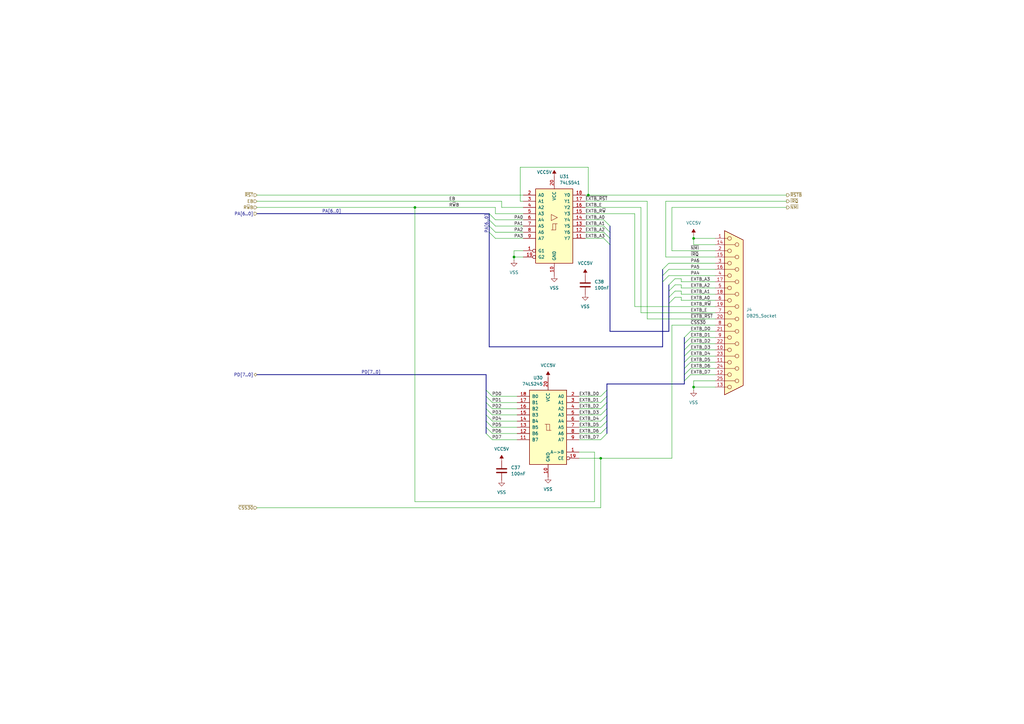
<source format=kicad_sch>
(kicad_sch (version 20250114) (generator "eeschema") (generator_version "9.0")
  (paper "A3")
  (title_block (title "Apollo 7 Squale - S30 External bus") (rev "0.1") (comment 1 "http://hxc2001.free.fr/Squale/") (comment 2 "CC-BY Licence (Creative Commons Attribution)") (comment 3 "Drawn by Jean-François DEL NERO"))
  (lib_symbols
    (symbol "74xx:74LS245" (pin_names (offset 1.016))
      (property "Reference" "U" (at -7.62 16.51 0))
      (property "Value" "74LS245" (at -7.62 -16.51 0))
      (symbol "74LS245_1_0"
        (polyline (pts (xy -1.27 -1.27) (xy 0.635 -1.27) (xy 0.635 1.27) (xy 1.27 1.27)))
        (polyline (pts (xy -0.635 -1.27) (xy -0.635 1.27) (xy 0.635 1.27)))
        (pin tri_state line (at -12.7 12.7 0) (length 5.08) (name "A0") (number "2"))
        (pin tri_state line (at -12.7 10.16 0) (length 5.08) (name "A1") (number "3"))
        (pin tri_state line (at -12.7 7.62 0) (length 5.08) (name "A2") (number "4"))
        (pin tri_state line (at -12.7 5.08 0) (length 5.08) (name "A3") (number "5"))
        (pin tri_state line (at -12.7 2.54 0) (length 5.08) (name "A4") (number "6"))
        (pin tri_state line (at -12.7 0 0) (length 5.08) (name "A5") (number "7"))
        (pin tri_state line (at -12.7 -2.54 0) (length 5.08) (name "A6") (number "8"))
        (pin tri_state line (at -12.7 -5.08 0) (length 5.08) (name "A7") (number "9"))
        (pin input line (at -12.7 -10.16 0) (length 5.08) (name "A->B") (number "1"))
        (pin input inverted (at -12.7 -12.7 0) (length 5.08) (name "CE") (number "19"))
        (pin power_in line (at 0 20.32 270) (length 5.08) (name "VCC") (number "20"))
        (pin power_in line (at 0 -20.32 90) (length 5.08) (name "GND") (number "10"))
        (pin tri_state line (at 12.7 12.7 180) (length 5.08) (name "B0") (number "18"))
        (pin tri_state line (at 12.7 10.16 180) (length 5.08) (name "B1") (number "17"))
        (pin tri_state line (at 12.7 7.62 180) (length 5.08) (name "B2") (number "16"))
        (pin tri_state line (at 12.7 5.08 180) (length 5.08) (name "B3") (number "15"))
        (pin tri_state line (at 12.7 2.54 180) (length 5.08) (name "B4") (number "14"))
        (pin tri_state line (at 12.7 0 180) (length 5.08) (name "B5") (number "13"))
        (pin tri_state line (at 12.7 -2.54 180) (length 5.08) (name "B6") (number "12"))
        (pin tri_state line (at 12.7 -5.08 180) (length 5.08) (name "B7") (number "11"))
      )
      (symbol "74LS245_1_1"
        (rectangle (start -7.62 15.24) (end 7.62 -15.24) (stroke (width 0.254)) (fill (type background)))
      )
    )
    (symbol "74xx:74LS541" (pin_names (offset 1.016))
      (property "Reference" "U" (at -7.62 16.51 0))
      (property "Value" "74LS541" (at -7.62 -16.51 0))
      (symbol "74LS541_1_0"
        (polyline (pts (xy -1.27 -1.6002) (xy 0.635 -1.6002) (xy 0.635 0.9398) (xy 1.27 0.9398)))
        (polyline (pts (xy -0.635 -1.6002) (xy -0.635 0.9398) (xy 0.635 0.9398)))
        (polyline (pts (xy 1.27 3.4798) (xy -1.27 4.7498) (xy -1.27 2.2098) (xy 1.27 3.4798)) (stroke (width 0.1524)))
        (pin input line (at -12.7 12.7 0) (length 5.08) (name "A0") (number "2"))
        (pin input line (at -12.7 10.16 0) (length 5.08) (name "A1") (number "3"))
        (pin input line (at -12.7 7.62 0) (length 5.08) (name "A2") (number "4"))
        (pin input line (at -12.7 5.08 0) (length 5.08) (name "A3") (number "5"))
        (pin input line (at -12.7 2.54 0) (length 5.08) (name "A4") (number "6"))
        (pin input line (at -12.7 0 0) (length 5.08) (name "A5") (number "7"))
        (pin input line (at -12.7 -2.54 0) (length 5.08) (name "A6") (number "8"))
        (pin input line (at -12.7 -5.08 0) (length 5.08) (name "A7") (number "9"))
        (pin input inverted (at -12.7 -10.16 0) (length 5.08) (name "G1") (number "1"))
        (pin input inverted (at -12.7 -12.7 0) (length 5.08) (name "G2") (number "19"))
        (pin power_in line (at 0 20.32 270) (length 5.08) (name "VCC") (number "20"))
        (pin power_in line (at 0 -20.32 90) (length 5.08) (name "GND") (number "10"))
        (pin tri_state line (at 12.7 12.7 180) (length 5.08) (name "Y0") (number "18"))
        (pin tri_state line (at 12.7 10.16 180) (length 5.08) (name "Y1") (number "17"))
        (pin tri_state line (at 12.7 7.62 180) (length 5.08) (name "Y2") (number "16"))
        (pin tri_state line (at 12.7 5.08 180) (length 5.08) (name "Y3") (number "15"))
        (pin tri_state line (at 12.7 2.54 180) (length 5.08) (name "Y4") (number "14"))
        (pin tri_state line (at 12.7 0 180) (length 5.08) (name "Y5") (number "13"))
        (pin tri_state line (at 12.7 -2.54 180) (length 5.08) (name "Y6") (number "12"))
        (pin tri_state line (at 12.7 -5.08 180) (length 5.08) (name "Y7") (number "11"))
      )
      (symbol "74LS541_1_1"
        (rectangle (start -7.62 15.24) (end 7.62 -15.24) (stroke (width 0.254)) (fill (type background)))
      )
    )
    (symbol "Connector:DB25_Socket" (pin_names (offset 1.016) (hide yes))
      (property "Reference" "J" (at 0 34.29 0))
      (property "Value" "DB25_Socket" (at 0 -34.925 0))
      (symbol "DB25_Socket_0_1"
        (polyline (pts (xy -3.81 33.655) (xy 3.81 29.845) (xy 3.81 -29.845) (xy -3.81 -33.655) (xy -3.81 33.655)) (stroke (width 0.254)) (fill (type background)))
        (polyline (pts (xy -3.81 30.48) (xy -2.54 30.48)))
        (polyline (pts (xy -3.81 27.94) (xy 0.508 27.94)))
        (polyline (pts (xy -3.81 25.4) (xy -2.54 25.4)))
        (polyline (pts (xy -3.81 22.86) (xy 0.508 22.86)))
        (polyline (pts (xy -3.81 20.32) (xy -2.54 20.32)))
        (polyline (pts (xy -3.81 17.78) (xy 0.508 17.78)))
        (polyline (pts (xy -3.81 15.24) (xy -2.54 15.24)))
        (polyline (pts (xy -3.81 12.7) (xy 0.508 12.7)))
        (polyline (pts (xy -3.81 10.16) (xy -2.54 10.16)))
        (polyline (pts (xy -3.81 7.62) (xy 0.508 7.62)))
        (polyline (pts (xy -3.81 5.08) (xy -2.54 5.08)))
        (polyline (pts (xy -3.81 2.54) (xy 0.508 2.54)))
        (polyline (pts (xy -3.81 0) (xy -2.54 0)))
        (polyline (pts (xy -3.81 -2.54) (xy 0.508 -2.54)))
        (polyline (pts (xy -3.81 -5.08) (xy -2.54 -5.08)))
        (polyline (pts (xy -3.81 -7.62) (xy 0.508 -7.62)))
        (polyline (pts (xy -3.81 -10.16) (xy -2.54 -10.16)))
        (polyline (pts (xy -3.81 -12.7) (xy 0.508 -12.7)))
        (polyline (pts (xy -3.81 -15.24) (xy -2.54 -15.24)))
        (polyline (pts (xy -3.81 -17.78) (xy 0.508 -17.78)))
        (polyline (pts (xy -3.81 -20.32) (xy -2.54 -20.32)))
        (polyline (pts (xy -3.81 -22.86) (xy 0.508 -22.86)))
        (polyline (pts (xy -3.81 -25.4) (xy -2.54 -25.4)))
        (polyline (pts (xy -3.81 -27.94) (xy 0.508 -27.94)))
        (polyline (pts (xy -3.81 -30.48) (xy -2.54 -30.48)))
        (circle (center -1.778 30.48) (radius 0.762))
        (circle (center -1.778 25.4) (radius 0.762))
        (circle (center -1.778 20.32) (radius 0.762))
        (circle (center -1.778 15.24) (radius 0.762))
        (circle (center -1.778 10.16) (radius 0.762))
        (circle (center -1.778 5.08) (radius 0.762))
        (circle (center -1.778 0) (radius 0.762))
        (circle (center -1.778 -5.08) (radius 0.762))
        (circle (center -1.778 -10.16) (radius 0.762))
        (circle (center -1.778 -15.24) (radius 0.762))
        (circle (center -1.778 -20.32) (radius 0.762))
        (circle (center -1.778 -25.4) (radius 0.762))
        (circle (center -1.778 -30.48) (radius 0.762))
        (circle (center 1.27 27.94) (radius 0.762))
        (circle (center 1.27 22.86) (radius 0.762))
        (circle (center 1.27 17.78) (radius 0.762))
        (circle (center 1.27 12.7) (radius 0.762))
        (circle (center 1.27 7.62) (radius 0.762))
        (circle (center 1.27 2.54) (radius 0.762))
        (circle (center 1.27 -2.54) (radius 0.762))
        (circle (center 1.27 -7.62) (radius 0.762))
        (circle (center 1.27 -12.7) (radius 0.762))
        (circle (center 1.27 -17.78) (radius 0.762))
        (circle (center 1.27 -22.86) (radius 0.762))
        (circle (center 1.27 -27.94) (radius 0.762))
      )
      (symbol "DB25_Socket_1_1"
        (pin passive line (at -7.62 30.48 0) (length 3.81) (name "1") (number "1"))
        (pin passive line (at -7.62 27.94 0) (length 3.81) (name "P14") (number "14"))
        (pin passive line (at -7.62 25.4 0) (length 3.81) (name "2") (number "2"))
        (pin passive line (at -7.62 22.86 0) (length 3.81) (name "P15") (number "15"))
        (pin passive line (at -7.62 20.32 0) (length 3.81) (name "3") (number "3"))
        (pin passive line (at -7.62 17.78 0) (length 3.81) (name "P16") (number "16"))
        (pin passive line (at -7.62 15.24 0) (length 3.81) (name "4") (number "4"))
        (pin passive line (at -7.62 12.7 0) (length 3.81) (name "P17") (number "17"))
        (pin passive line (at -7.62 10.16 0) (length 3.81) (name "5") (number "5"))
        (pin passive line (at -7.62 7.62 0) (length 3.81) (name "P18") (number "18"))
        (pin passive line (at -7.62 5.08 0) (length 3.81) (name "6") (number "6"))
        (pin passive line (at -7.62 2.54 0) (length 3.81) (name "P19") (number "19"))
        (pin passive line (at -7.62 0 0) (length 3.81) (name "7") (number "7"))
        (pin passive line (at -7.62 -2.54 0) (length 3.81) (name "P20") (number "20"))
        (pin passive line (at -7.62 -5.08 0) (length 3.81) (name "8") (number "8"))
        (pin passive line (at -7.62 -7.62 0) (length 3.81) (name "P21") (number "21"))
        (pin passive line (at -7.62 -10.16 0) (length 3.81) (name "9") (number "9"))
        (pin passive line (at -7.62 -12.7 0) (length 3.81) (name "P22") (number "22"))
        (pin passive line (at -7.62 -15.24 0) (length 3.81) (name "10") (number "10"))
        (pin passive line (at -7.62 -17.78 0) (length 3.81) (name "P23") (number "23"))
        (pin passive line (at -7.62 -20.32 0) (length 3.81) (name "11") (number "11"))
        (pin passive line (at -7.62 -22.86 0) (length 3.81) (name "P24") (number "24"))
        (pin passive line (at -7.62 -25.4 0) (length 3.81) (name "12") (number "12"))
        (pin passive line (at -7.62 -27.94 0) (length 3.81) (name "P25") (number "25"))
        (pin passive line (at -7.62 -30.48 0) (length 3.81) (name "13") (number "13"))
      )
    )
    (symbol "Device:C" (pin_numbers (hide yes)) (pin_names (offset 0.254))
      (property "Reference" "C" (at 0.635 2.54 0))
      (property "Value" "C" (at 0.635 -2.54 0))
      (symbol "C_0_1"
        (polyline (pts (xy -2.032 0.762) (xy 2.032 0.762)) (stroke (width 0.508)))
        (polyline (pts (xy -2.032 -0.762) (xy 2.032 -0.762)) (stroke (width 0.508)))
      )
      (symbol "C_1_1"
        (pin passive line (at 0 3.81 270) (length 2.794) (name "~") (number "1"))
        (pin passive line (at 0 -3.81 90) (length 2.794) (name "~") (number "2"))
      )
    )
    (symbol "power:GND" (power) (pin_numbers (hide yes)) (pin_names (offset 0) (hide yes))
      (property "Value" "GND" (at 0 -3.81 0))
      (symbol "GND_0_1"
        (polyline (pts (xy 0 0) (xy 0 -1.27) (xy 1.27 -1.27) (xy 0 -2.54) (xy -1.27 -1.27) (xy 0 -1.27)))
      )
      (symbol "GND_1_1"
        (pin power_in line (at 0 0 270) (length 0) (name "~") (number "1"))
      )
    )
    (symbol "power:VSS" (power) (pin_numbers (hide yes)) (pin_names (offset 0) (hide yes))
      (property "Value" "VSS" (at 0 3.556 0))
      (symbol "VSS_0_1"
        (polyline (pts (xy 0 0) (xy 0 2.54)))
        (polyline (pts (xy 0.762 1.27) (xy -0.762 1.27) (xy 0 2.54) (xy 0.762 1.27)) (fill (type outline)))
      )
      (symbol "VSS_1_1"
        (pin power_in line (at 0 0 90) (length 0) (name "~") (number "1"))
      )
    )
  )
  (junction (at 284.48 97.79))
  (junction (at 246.38 187.96))
  (junction (at 210.82 105.41))
  (junction (at 241.3 80.01))
  (junction (at 284.48 158.75))
  (junction (at 170.18 85.09))
  (bus_entry (at 201.93 172.72) (size -2.54 -2.54))
  (bus_entry (at 247.65 97.79) (size 2.54 2.54))
  (bus_entry (at 274.32 116.84) (size 2.54 -2.54))
  (bus_entry (at 280.67 138.43) (size 2.54 -2.54))
  (bus_entry (at 246.38 165.1) (size 2.54 -2.54))
  (bus_entry (at 201.93 180.34) (size -2.54 -2.54))
  (bus_entry (at 247.65 95.25) (size 2.54 2.54))
  (bus_entry (at 280.67 156.21) (size 2.54 -2.54))
  (bus_entry (at 280.67 143.51) (size 2.54 -2.54))
  (bus_entry (at 271.78 113.03) (size 2.54 -2.54))
  (bus_entry (at 200.66 90.17) (size 2.54 2.54))
  (bus_entry (at 280.67 140.97) (size 2.54 -2.54))
  (bus_entry (at 246.38 162.56) (size 2.54 -2.54))
  (bus_entry (at 201.93 170.18) (size -2.54 -2.54))
  (bus_entry (at 274.32 119.38) (size 2.54 -2.54))
  (bus_entry (at 246.38 170.18) (size 2.54 -2.54))
  (bus_entry (at 247.65 92.71) (size 2.54 2.54))
  (bus_entry (at 274.32 121.92) (size 2.54 -2.54))
  (bus_entry (at 280.67 146.05) (size 2.54 -2.54))
  (bus_entry (at 280.67 148.59) (size 2.54 -2.54))
  (bus_entry (at 201.93 167.64) (size -2.54 -2.54))
  (bus_entry (at 200.66 87.63) (size 2.54 2.54))
  (bus_entry (at 280.67 151.13) (size 2.54 -2.54))
  (bus_entry (at 280.67 153.67) (size 2.54 -2.54))
  (bus_entry (at 246.38 177.8) (size 2.54 -2.54))
  (bus_entry (at 246.38 180.34) (size 2.54 -2.54))
  (bus_entry (at 200.66 92.71) (size 2.54 2.54))
  (bus_entry (at 201.93 162.56) (size -2.54 -2.54))
  (bus_entry (at 271.78 110.49) (size 2.54 -2.54))
  (bus_entry (at 247.65 90.17) (size 2.54 2.54))
  (bus_entry (at 246.38 167.64) (size 2.54 -2.54))
  (bus_entry (at 201.93 175.26) (size -2.54 -2.54))
  (bus_entry (at 271.78 115.57) (size 2.54 -2.54))
  (bus_entry (at 201.93 165.1) (size -2.54 -2.54))
  (bus_entry (at 274.32 124.46) (size 2.54 -2.54))
  (bus_entry (at 246.38 175.26) (size 2.54 -2.54))
  (bus_entry (at 201.93 177.8) (size -2.54 -2.54))
  (bus_entry (at 200.66 95.25) (size 2.54 2.54))
  (bus_entry (at 246.38 172.72) (size 2.54 -2.54))
  (bus (pts (xy 280.67 151.13) (xy 280.67 153.67)))
  (bus (pts (xy 199.39 175.26) (xy 199.39 177.8)))
  (wire (pts (xy 276.86 114.3) (xy 279.4 114.3)))
  (wire (pts (xy 279.4 119.38) (xy 279.4 120.65)))
  (wire (pts (xy 279.4 118.11) (xy 293.37 118.11)))
  (bus (pts (xy 200.66 90.17) (xy 200.66 87.63)))
  (wire (pts (xy 240.03 82.55) (xy 265.43 82.55)))
  (wire (pts (xy 205.74 82.55) (xy 205.74 85.09)))
  (wire (pts (xy 237.49 162.56) (xy 246.38 162.56)))
  (wire (pts (xy 283.21 148.59) (xy 293.37 148.59)))
  (wire (pts (xy 283.21 135.89) (xy 293.37 135.89)))
  (wire (pts (xy 265.43 82.55) (xy 265.43 130.81)))
  (wire (pts (xy 240.03 95.25) (xy 247.65 95.25)))
  (bus (pts (xy 271.78 115.57) (xy 271.78 142.24)))
  (wire (pts (xy 237.49 180.34) (xy 246.38 180.34)))
  (wire (pts (xy 246.38 187.96) (xy 275.59 187.96)))
  (bus (pts (xy 271.78 113.03) (xy 271.78 115.57)))
  (wire (pts (xy 262.89 128.27) (xy 293.37 128.27)))
  (wire (pts (xy 273.05 105.41) (xy 273.05 82.55)))
  (bus (pts (xy 250.19 100.33) (xy 250.19 135.89)))
  (wire (pts (xy 279.4 116.84) (xy 279.4 118.11)))
  (wire (pts (xy 284.48 96.52) (xy 284.48 97.79)))
  (bus (pts (xy 274.32 121.92) (xy 274.32 124.46)))
  (wire (pts (xy 213.36 68.58) (xy 213.36 82.55)))
  (bus (pts (xy 248.92 162.56) (xy 248.92 165.1)))
  (wire (pts (xy 279.4 114.3) (xy 279.4 115.57)))
  (bus (pts (xy 250.19 92.71) (xy 250.19 95.25)))
  (bus (pts (xy 248.92 162.56) (xy 248.92 160.02)))
  (wire (pts (xy 203.2 92.71) (xy 214.63 92.71)))
  (wire (pts (xy 105.41 82.55) (xy 205.74 82.55)))
  (wire (pts (xy 260.35 87.63) (xy 240.03 87.63)))
  (bus (pts (xy 248.92 175.26) (xy 248.92 172.72)))
  (bus (pts (xy 199.39 162.56) (xy 199.39 160.02)))
  (bus (pts (xy 280.67 146.05) (xy 280.67 148.59)))
  (wire (pts (xy 214.63 82.55) (xy 213.36 82.55)))
  (bus (pts (xy 280.67 153.67) (xy 280.67 156.21)))
  (wire (pts (xy 105.41 80.01) (xy 214.63 80.01)))
  (wire (pts (xy 240.03 90.17) (xy 247.65 90.17)))
  (wire (pts (xy 241.3 80.01) (xy 322.58 80.01)))
  (wire (pts (xy 212.09 165.1) (xy 201.93 165.1)))
  (wire (pts (xy 203.2 97.79) (xy 214.63 97.79)))
  (wire (pts (xy 240.03 80.01) (xy 241.3 80.01)))
  (wire (pts (xy 170.18 205.74) (xy 243.84 205.74)))
  (wire (pts (xy 210.82 105.41) (xy 214.63 105.41)))
  (wire (pts (xy 105.41 208.28) (xy 246.38 208.28)))
  (wire (pts (xy 240.03 92.71) (xy 247.65 92.71)))
  (wire (pts (xy 276.86 116.84) (xy 279.4 116.84)))
  (wire (pts (xy 283.21 140.97) (xy 293.37 140.97)))
  (bus (pts (xy 199.39 167.64) (xy 199.39 165.1)))
  (bus (pts (xy 250.19 97.79) (xy 250.19 100.33)))
  (wire (pts (xy 246.38 187.96) (xy 246.38 208.28)))
  (wire (pts (xy 283.21 153.67) (xy 293.37 153.67)))
  (bus (pts (xy 280.67 148.59) (xy 280.67 151.13)))
  (wire (pts (xy 203.2 87.63) (xy 214.63 87.63)))
  (wire (pts (xy 293.37 100.33) (xy 284.48 100.33)))
  (wire (pts (xy 276.86 121.92) (xy 279.4 121.92)))
  (bus (pts (xy 248.92 177.8) (xy 248.92 175.26)))
  (wire (pts (xy 265.43 130.81) (xy 293.37 130.81)))
  (bus (pts (xy 105.41 87.63) (xy 200.66 87.63)))
  (bus (pts (xy 199.39 172.72) (xy 199.39 170.18)))
  (wire (pts (xy 279.4 120.65) (xy 293.37 120.65)))
  (wire (pts (xy 105.41 85.09) (xy 170.18 85.09)))
  (bus (pts (xy 280.67 138.43) (xy 280.67 140.97)))
  (wire (pts (xy 275.59 102.87) (xy 275.59 85.09)))
  (wire (pts (xy 241.3 68.58) (xy 241.3 80.01)))
  (wire (pts (xy 210.82 105.41) (xy 210.82 102.87)))
  (wire (pts (xy 284.48 100.33) (xy 284.48 97.79)))
  (bus (pts (xy 248.92 167.64) (xy 248.92 165.1)))
  (bus (pts (xy 199.39 170.18) (xy 199.39 167.64)))
  (bus (pts (xy 248.92 160.02) (xy 248.92 157.48)))
  (bus (pts (xy 250.19 135.89) (xy 274.32 135.89)))
  (wire (pts (xy 274.32 113.03) (xy 293.37 113.03)))
  (wire (pts (xy 237.49 175.26) (xy 246.38 175.26)))
  (wire (pts (xy 284.48 156.21) (xy 284.48 158.75)))
  (wire (pts (xy 205.74 85.09) (xy 214.63 85.09)))
  (bus (pts (xy 274.32 116.84) (xy 274.32 119.38)))
  (wire (pts (xy 212.09 167.64) (xy 201.93 167.64)))
  (wire (pts (xy 237.49 172.72) (xy 246.38 172.72)))
  (wire (pts (xy 210.82 106.68) (xy 210.82 105.41)))
  (wire (pts (xy 237.49 187.96) (xy 246.38 187.96)))
  (bus (pts (xy 250.19 95.25) (xy 250.19 97.79)))
  (wire (pts (xy 243.84 205.74) (xy 243.84 185.42)))
  (wire (pts (xy 283.21 151.13) (xy 293.37 151.13)))
  (wire (pts (xy 284.48 158.75) (xy 284.48 160.02)))
  (wire (pts (xy 212.09 180.34) (xy 201.93 180.34)))
  (wire (pts (xy 279.4 123.19) (xy 293.37 123.19)))
  (wire (pts (xy 262.89 85.09) (xy 240.03 85.09)))
  (bus (pts (xy 200.66 92.71) (xy 200.66 95.25)))
  (bus (pts (xy 200.66 90.17) (xy 200.66 92.71)))
  (wire (pts (xy 275.59 102.87) (xy 293.37 102.87)))
  (bus (pts (xy 280.67 143.51) (xy 280.67 146.05)))
  (wire (pts (xy 237.49 177.8) (xy 246.38 177.8)))
  (bus (pts (xy 248.92 170.18) (xy 248.92 167.64)))
  (wire (pts (xy 275.59 85.09) (xy 322.58 85.09)))
  (wire (pts (xy 203.2 95.25) (xy 214.63 95.25)))
  (wire (pts (xy 210.82 102.87) (xy 214.63 102.87)))
  (wire (pts (xy 260.35 87.63) (xy 260.35 125.73)))
  (bus (pts (xy 199.39 175.26) (xy 199.39 172.72)))
  (wire (pts (xy 212.09 172.72) (xy 201.93 172.72)))
  (wire (pts (xy 273.05 82.55) (xy 322.58 82.55)))
  (bus (pts (xy 199.39 165.1) (xy 199.39 162.56)))
  (bus (pts (xy 248.92 172.72) (xy 248.92 170.18)))
  (wire (pts (xy 279.4 121.92) (xy 279.4 123.19)))
  (bus (pts (xy 105.41 153.67) (xy 199.39 153.67)))
  (wire (pts (xy 275.59 187.96) (xy 275.59 133.35)))
  (wire (pts (xy 212.09 177.8) (xy 201.93 177.8)))
  (wire (pts (xy 240.03 97.79) (xy 247.65 97.79)))
  (wire (pts (xy 260.35 125.73) (xy 293.37 125.73)))
  (wire (pts (xy 262.89 128.27) (xy 262.89 85.09)))
  (bus (pts (xy 274.32 119.38) (xy 274.32 121.92)))
  (wire (pts (xy 212.09 170.18) (xy 201.93 170.18)))
  (bus (pts (xy 274.32 124.46) (xy 274.32 135.89)))
  (wire (pts (xy 276.86 119.38) (xy 279.4 119.38)))
  (wire (pts (xy 275.59 133.35) (xy 293.37 133.35)))
  (wire (pts (xy 274.32 110.49) (xy 293.37 110.49)))
  (wire (pts (xy 284.48 97.79) (xy 293.37 97.79)))
  (wire (pts (xy 203.2 85.09) (xy 203.2 87.63)))
  (wire (pts (xy 243.84 185.42) (xy 237.49 185.42)))
  (wire (pts (xy 279.4 115.57) (xy 293.37 115.57)))
  (bus (pts (xy 280.67 157.48) (xy 248.92 157.48)))
  (bus (pts (xy 200.66 142.24) (xy 271.78 142.24)))
  (wire (pts (xy 213.36 68.58) (xy 241.3 68.58)))
  (wire (pts (xy 212.09 162.56) (xy 201.93 162.56)))
  (bus (pts (xy 280.67 140.97) (xy 280.67 143.51)))
  (wire (pts (xy 283.21 143.51) (xy 293.37 143.51)))
  (wire (pts (xy 237.49 167.64) (xy 246.38 167.64)))
  (wire (pts (xy 237.49 170.18) (xy 246.38 170.18)))
  (wire (pts (xy 283.21 146.05) (xy 293.37 146.05)))
  (bus (pts (xy 271.78 110.49) (xy 271.78 113.03)))
  (bus (pts (xy 280.67 156.21) (xy 280.67 157.48)))
  (wire (pts (xy 283.21 138.43) (xy 293.37 138.43)))
  (wire (pts (xy 203.2 90.17) (xy 214.63 90.17)))
  (wire (pts (xy 293.37 156.21) (xy 284.48 156.21)))
  (wire (pts (xy 273.05 105.41) (xy 293.37 105.41)))
  (wire (pts (xy 284.48 158.75) (xy 293.37 158.75)))
  (wire (pts (xy 170.18 85.09) (xy 170.18 205.74)))
  (wire (pts (xy 170.18 85.09) (xy 203.2 85.09)))
  (bus (pts (xy 200.66 95.25) (xy 200.66 142.24)))
  (wire (pts (xy 274.32 107.95) (xy 293.37 107.95)))
  (wire (pts (xy 212.09 175.26) (xy 201.93 175.26)))
  (wire (pts (xy 237.49 165.1) (xy 246.38 165.1)))
  (bus (pts (xy 199.39 153.67) (xy 199.39 160.02)))
  (label "EXTB_D0" (at 237.49 162.56 0))
  (label "EXTB_R~{W}" (at 240.03 87.63 0))
  (label "EXTB_D2" (at 283.21 140.97 0))
  (label "PD3" (at 205.74 170.18 180))
  (label "PD[7..0]" (at 156.21 153.67 180))
  (label "PA2" (at 210.82 95.25 0))
  (label "EXTB_A0" (at 240.03 90.17 0))
  (label "PA6" (at 283.21 107.95 0))
  (label "~{EXTB_RST}" (at 283.21 130.81 0))
  (label "PA4" (at 283.21 113.03 0))
  (label "~{IRQ}" (at 283.21 105.41 0))
  (label "EXTB_E" (at 283.21 128.27 0))
  (label "PA[6..0]" (at 200.66 87.63 270))
  (label "PD1" (at 205.74 165.1 180))
  (label "EXTB_D3" (at 237.49 170.18 0))
  (label "PD0" (at 205.74 162.56 180))
  (label "EXTB_D6" (at 283.21 151.13 0))
  (label "PD2" (at 205.74 167.64 180))
  (label "PA1" (at 210.82 92.71 0))
  (label "EXTB_A2" (at 283.21 118.11 0))
  (label "~{CSS30}" (at 283.21 133.35 0))
  (label "EXTB_R~{W}" (at 283.21 125.73 0))
  (label "EXTB_D7" (at 237.49 180.34 0))
  (label "EXTB_D7" (at 283.21 153.67 0))
  (label "EXTB_D0" (at 283.21 135.89 0))
  (label "EXTB_A1" (at 283.21 120.65 0))
  (label "EXTB_A3" (at 240.03 97.79 0))
  (label "PA5" (at 283.21 110.49 0))
  (label "PD7" (at 205.74 180.34 180))
  (label "EXTB_E" (at 240.03 85.09 0))
  (label "EXTB_D4" (at 283.21 146.05 0))
  (label "R~{W}B" (at 184.15 85.09 0))
  (label "EXTB_D5" (at 283.21 148.59 0))
  (label "~{EXTB_RST}" (at 240.03 82.55 0))
  (label "EXTB_D3" (at 283.21 143.51 0))
  (label "EXTB_D6" (at 237.49 177.8 0))
  (label "PD5" (at 205.74 175.26 180))
  (label "EB" (at 184.15 82.55 0))
  (label "EXTB_D2" (at 237.49 167.64 0))
  (label "PA0" (at 210.82 90.17 0))
  (label "PD4" (at 205.74 172.72 180))
  (label "~{NMI}" (at 283.21 102.87 0))
  (label "EXTB_D4" (at 237.49 172.72 0))
  (label "EXTB_A0" (at 283.21 123.19 0))
  (label "EXTB_A3" (at 283.21 115.57 0))
  (label "EXTB_A2" (at 240.03 95.25 0))
  (label "EXTB_A1" (at 240.03 92.71 0))
  (label "EXTB_D5" (at 237.49 175.26 0))
  (label "PD6" (at 205.74 177.8 180))
  (label "EXTB_D1" (at 283.21 138.43 0))
  (label "PA[6..0]" (at 132.08 87.63 0))
  (label "EXTB_D1" (at 237.49 165.1 0))
  (label "PA3" (at 210.82 97.79 0))
  (hierarchical_label "PD[7..0]" (shape bidirectional) (at 105.41 153.67 180))
  (hierarchical_label "PA[6..0]" (shape input) (at 105.41 87.63 180))
  (hierarchical_label "R~{W}B" (shape input) (at 105.41 85.09 180))
  (hierarchical_label "~{RST}" (shape input) (at 105.41 80.01 180))
  (hierarchical_label "~{CSS30}" (shape input) (at 105.41 208.28 180))
  (hierarchical_label "~{NMI}" (shape output) (at 322.58 85.09 0))
  (hierarchical_label "~{IRQ}" (shape output) (at 322.58 82.55 0))
  (hierarchical_label "EB" (shape input) (at 105.41 82.55 180))
  (hierarchical_label "~{RSTB}" (shape output) (at 322.58 80.01 0))
  (symbol (lib_id "74xx:74LS245") (at 224.79 175.26 0) (mirror y) (unit 1)
    (property "Reference" "U30" (at 222.6467 154.94 0) (effects (justify left)))
    (property "Value" "74LS245" (at 222.6467 157.48 0) (effects (justify left)))
    (property "Datasheet" "http://www.ti.com/lit/gpn/sn74LS245" (effects (hide yes)))
    (property "Description" "Octal BUS Transceivers, 3-State outputs" (effects (hide yes)))
  )
  (symbol (lib_id "power:GND") (at 205.74 196.85 0) (unit 1)
    (property "Reference" "#PWR0299" (effects (hide yes)))
    (property "Value" "VSS" (at 205.74 201.93 0))
    (property "Description" "Power symbol creates a global label with name \"GND\" , ground" (effects (hide yes)))
  )
  (symbol (lib_id "Device:C") (at 240.03 116.84 0) (unit 1)
    (property "Reference" "C38" (at 243.84 115.5699 0) (effects (justify left)))
    (property "Value" "100nF" (at 243.84 118.1099 0) (effects (justify left)))
    (property "Description" "Unpolarized capacitor" (effects (hide yes)))
  )
  (symbol (lib_id "power:GND") (at 284.48 160.02 0) (unit 1)
    (property "Reference" "#PWR0236" (effects (hide yes)))
    (property "Value" "VSS" (at 284.48 165.1 0))
    (property "Description" "Power symbol creates a global label with name \"GND\" , ground" (effects (hide yes)))
  )
  (symbol (lib_id "power:VSS") (at 227.33 72.39 0) (unit 1)
    (property "Reference" "#PWR0238" (effects (hide yes)))
    (property "Value" "VCC5V" (at 223.266 70.612 0))
    (property "Description" "Power symbol creates a global label with name \"VSS\"" (effects (hide yes)))
  )
  (symbol (lib_id "74xx:74LS541") (at 227.33 92.71 0) (unit 1)
    (property "Reference" "U31" (at 229.4733 72.39 0) (effects (justify left)))
    (property "Value" "74LS541" (at 229.4733 74.93 0) (effects (justify left)))
    (property "Datasheet" "http://www.ti.com/lit/gpn/sn74LS541" (effects (hide yes)))
    (property "Description" "8-bit Buffer/Line Driver 3-state outputs" (effects (hide yes)))
  )
  (symbol (lib_id "Connector:DB25_Socket") (at 300.99 128.27 0) (unit 1)
    (property "Reference" "J4" (at 306.07 126.9999 0) (effects (justify left)))
    (property "Value" "DB25_Socket" (at 306.07 129.5399 0) (effects (justify left)))
    (property "Description" "25-pin D-SUB connector, socket (female)" (effects (hide yes)))
  )
  (symbol (lib_id "power:GND") (at 227.33 113.03 0) (unit 1)
    (property "Reference" "#PWR0240" (effects (hide yes)))
    (property "Value" "VSS" (at 227.33 118.11 0))
    (property "Description" "Power symbol creates a global label with name \"GND\" , ground" (effects (hide yes)))
  )
  (symbol (lib_id "power:GND") (at 240.03 120.65 0) (unit 1)
    (property "Reference" "#PWR0301" (effects (hide yes)))
    (property "Value" "VSS" (at 240.03 125.73 0))
    (property "Description" "Power symbol creates a global label with name \"GND\" , ground" (effects (hide yes)))
  )
  (symbol (lib_id "Device:C") (at 205.74 193.04 0) (unit 1)
    (property "Reference" "C37" (at 209.55 191.7699 0) (effects (justify left)))
    (property "Value" "100nF" (at 209.55 194.3099 0) (effects (justify left)))
    (property "Description" "Unpolarized capacitor" (effects (hide yes)))
  )
  (symbol (lib_id "power:VSS") (at 284.48 96.52 0) (unit 1)
    (property "Reference" "#PWR0235" (effects (hide yes)))
    (property "Value" "VCC5V" (at 284.48 91.44 0))
    (property "Description" "Power symbol creates a global label with name \"VSS\"" (effects (hide yes)))
  )
  (symbol (lib_id "power:GND") (at 210.82 106.68 0) (unit 1)
    (property "Reference" "#PWR0241" (effects (hide yes)))
    (property "Value" "VSS" (at 210.82 111.76 0))
    (property "Description" "Power symbol creates a global label with name \"GND\" , ground" (effects (hide yes)))
  )
  (symbol (lib_id "power:VSS") (at 224.79 154.94 0) (unit 1)
    (property "Reference" "#PWR0237" (effects (hide yes)))
    (property "Value" "VCC5V" (at 224.79 149.86 0))
    (property "Description" "Power symbol creates a global label with name \"VSS\"" (effects (hide yes)))
  )
  (symbol (lib_id "power:VSS") (at 205.74 189.23 0) (unit 1)
    (property "Reference" "#PWR0298" (effects (hide yes)))
    (property "Value" "VCC5V" (at 205.74 184.15 0))
    (property "Description" "Power symbol creates a global label with name \"VSS\"" (effects (hide yes)))
  )
  (symbol (lib_id "power:GND") (at 224.79 195.58 0) (unit 1)
    (property "Reference" "#PWR0239" (effects (hide yes)))
    (property "Value" "VSS" (at 224.79 200.66 0))
    (property "Description" "Power symbol creates a global label with name \"GND\" , ground" (effects (hide yes)))
  )
  (symbol (lib_id "power:VSS") (at 240.03 113.03 0) (unit 1)
    (property "Reference" "#PWR0300" (effects (hide yes)))
    (property "Value" "VCC5V" (at 240.03 107.95 0))
    (property "Description" "Power symbol creates a global label with name \"VSS\"" (effects (hide yes)))
  )
)
</source>
